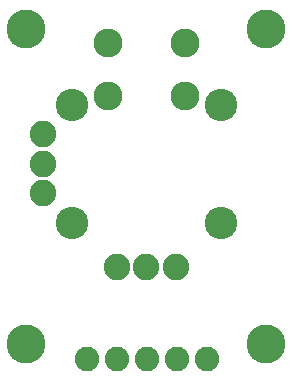
<source format=gbr>
%TF.GenerationSoftware,KiCad,Pcbnew,8.0.4*%
%TF.CreationDate,2024-08-30T21:23:55-04:00*%
%TF.ProjectId,thumbstick-breakout,7468756d-6273-4746-9963-6b2d62726561,rev.01*%
%TF.SameCoordinates,Original*%
%TF.FileFunction,Soldermask,Top*%
%TF.FilePolarity,Negative*%
%FSLAX46Y46*%
G04 Gerber Fmt 4.6, Leading zero omitted, Abs format (unit mm)*
G04 Created by KiCad (PCBNEW 8.0.4) date 2024-08-30 21:23:55*
%MOMM*%
%LPD*%
G01*
G04 APERTURE LIST*
%ADD10C,2.079600*%
%ADD11C,2.750000*%
%ADD12C,2.250000*%
%ADD13C,2.450000*%
%ADD14C,3.302000*%
G04 APERTURE END LIST*
D10*
%TO.C,JP1*%
X144960000Y-116510000D03*
X147500000Y-116510000D03*
X150040000Y-116510000D03*
X152580000Y-116510000D03*
X155120000Y-116510000D03*
%TD*%
D11*
%TO.C,U1*%
X156325000Y-105000000D03*
X156325000Y-95000000D03*
X143675000Y-105000000D03*
X143675000Y-95000000D03*
D12*
X147500000Y-108730000D03*
X141270000Y-97500000D03*
X150000000Y-108730000D03*
X141270000Y-100000000D03*
X152500000Y-108730000D03*
X141270000Y-102500000D03*
D13*
X153250000Y-94250000D03*
X146750000Y-94250000D03*
X153250000Y-89750000D03*
X146750000Y-89750000D03*
%TD*%
D14*
%TO.C,U$3*%
X139840000Y-115240000D03*
%TD*%
%TO.C,U$6*%
X160160000Y-88570000D03*
%TD*%
%TO.C,U$5*%
X139840000Y-88570000D03*
%TD*%
%TO.C,U$4*%
X160160000Y-115240000D03*
%TD*%
M02*

</source>
